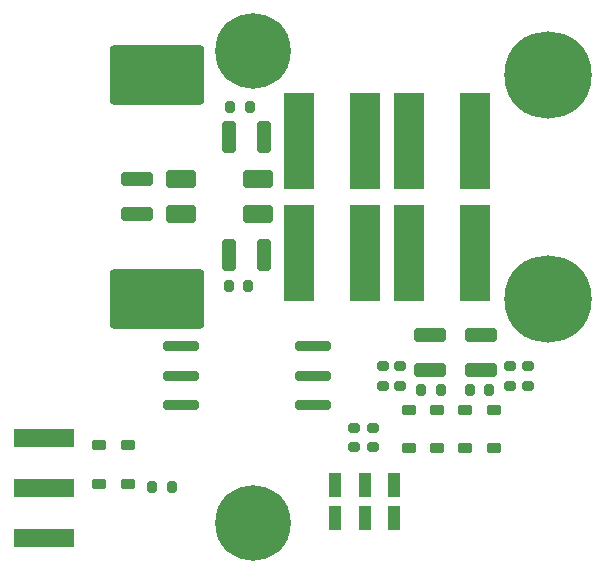
<source format=gbr>
%TF.GenerationSoftware,KiCad,Pcbnew,7.0.8-7.0.8~ubuntu22.04.1*%
%TF.CreationDate,2023-10-31T14:27:33+02:00*%
%TF.ProjectId,lisn,6c69736e-2e6b-4696-9361-645f70636258,rev?*%
%TF.SameCoordinates,PXa6e49c0PY6dac2c0*%
%TF.FileFunction,Soldermask,Top*%
%TF.FilePolarity,Negative*%
%FSLAX46Y46*%
G04 Gerber Fmt 4.6, Leading zero omitted, Abs format (unit mm)*
G04 Created by KiCad (PCBNEW 7.0.8-7.0.8~ubuntu22.04.1) date 2023-10-31 14:27:33*
%MOMM*%
%LPD*%
G01*
G04 APERTURE LIST*
G04 Aperture macros list*
%AMRoundRect*
0 Rectangle with rounded corners*
0 $1 Rounding radius*
0 $2 $3 $4 $5 $6 $7 $8 $9 X,Y pos of 4 corners*
0 Add a 4 corners polygon primitive as box body*
4,1,4,$2,$3,$4,$5,$6,$7,$8,$9,$2,$3,0*
0 Add four circle primitives for the rounded corners*
1,1,$1+$1,$2,$3*
1,1,$1+$1,$4,$5*
1,1,$1+$1,$6,$7*
1,1,$1+$1,$8,$9*
0 Add four rect primitives between the rounded corners*
20,1,$1+$1,$2,$3,$4,$5,0*
20,1,$1+$1,$4,$5,$6,$7,0*
20,1,$1+$1,$6,$7,$8,$9,0*
20,1,$1+$1,$8,$9,$2,$3,0*%
G04 Aperture macros list end*
%ADD10R,2.600000X8.200000*%
%ADD11RoundRect,0.200000X-1.300000X-0.200000X1.300000X-0.200000X1.300000X0.200000X-1.300000X0.200000X0*%
%ADD12RoundRect,0.200000X0.275000X-0.200000X0.275000X0.200000X-0.275000X0.200000X-0.275000X-0.200000X0*%
%ADD13RoundRect,0.200000X0.200000X0.275000X-0.200000X0.275000X-0.200000X-0.275000X0.200000X-0.275000X0*%
%ADD14C,7.400000*%
%ADD15RoundRect,0.250000X0.325000X1.100000X-0.325000X1.100000X-0.325000X-1.100000X0.325000X-1.100000X0*%
%ADD16RoundRect,0.250000X-1.000000X-0.500000X1.000000X-0.500000X1.000000X0.500000X-1.000000X0.500000X0*%
%ADD17RoundRect,0.250000X-1.100000X0.325000X-1.100000X-0.325000X1.100000X-0.325000X1.100000X0.325000X0*%
%ADD18RoundRect,0.250000X1.100000X-0.325000X1.100000X0.325000X-1.100000X0.325000X-1.100000X-0.325000X0*%
%ADD19RoundRect,0.225000X0.375000X-0.225000X0.375000X0.225000X-0.375000X0.225000X-0.375000X-0.225000X0*%
%ADD20RoundRect,0.225000X-0.375000X0.225000X-0.375000X-0.225000X0.375000X-0.225000X0.375000X0.225000X0*%
%ADD21R,1.000000X2.000000*%
%ADD22RoundRect,0.200000X-0.275000X0.200000X-0.275000X-0.200000X0.275000X-0.200000X0.275000X0.200000X0*%
%ADD23RoundRect,0.200000X-0.200000X-0.275000X0.200000X-0.275000X0.200000X0.275000X-0.200000X0.275000X0*%
%ADD24C,6.400000*%
%ADD25RoundRect,0.250000X-3.750000X-2.250000X3.750000X-2.250000X3.750000X2.250000X-3.750000X2.250000X0*%
%ADD26R,5.080000X1.500000*%
G04 APERTURE END LIST*
D10*
%TO.C,L2*%
X-25600000Y36900000D03*
X-20000000Y36900000D03*
%TD*%
D11*
%TO.C,T1*%
X-35600000Y19500000D03*
X-35600000Y14500000D03*
X-24400000Y14500000D03*
X-24400000Y17000000D03*
X-24400000Y19500000D03*
X-35600000Y17000000D03*
%TD*%
D12*
%TO.C,R5*%
X-20900000Y10975000D03*
X-20900000Y12625000D03*
%TD*%
D13*
%TO.C,R8*%
X-9475000Y15800000D03*
X-11125000Y15800000D03*
%TD*%
D14*
%TO.C,J6*%
X-4500000Y42500000D03*
%TD*%
D15*
%TO.C,C3*%
X-28525000Y27200000D03*
X-31475000Y27200000D03*
%TD*%
D16*
%TO.C,FL1*%
X-35550000Y33700000D03*
X-35550000Y30700000D03*
X-29050000Y30700000D03*
X-29050000Y33700000D03*
%TD*%
D17*
%TO.C,C5*%
X-10200000Y20475000D03*
X-10200000Y17525000D03*
%TD*%
D18*
%TO.C,C1*%
X-39300000Y30725000D03*
X-39300000Y33675000D03*
%TD*%
D10*
%TO.C,L3*%
X-16300000Y27400000D03*
X-10700000Y27400000D03*
%TD*%
D19*
%TO.C,D2*%
X-13900000Y10850000D03*
X-13900000Y14150000D03*
%TD*%
D20*
%TO.C,D5*%
X-40100000Y11150000D03*
X-40100000Y7850000D03*
%TD*%
D21*
%TO.C,SW1*%
X-17500000Y5000000D03*
X-20000000Y5000000D03*
X-22500000Y5000000D03*
X-17500000Y7800000D03*
X-20000000Y7800000D03*
X-22500000Y7800000D03*
%TD*%
D22*
%TO.C,R2*%
X-17000000Y17825000D03*
X-17000000Y16175000D03*
%TD*%
D23*
%TO.C,R9*%
X-15225000Y15800000D03*
X-13575000Y15800000D03*
%TD*%
D24*
%TO.C,J3*%
X-29500000Y44500000D03*
%TD*%
D13*
%TO.C,R10*%
X-29875000Y24600000D03*
X-31525000Y24600000D03*
%TD*%
D22*
%TO.C,R4*%
X-6200000Y17825000D03*
X-6200000Y16175000D03*
%TD*%
D10*
%TO.C,L1*%
X-25600000Y27400000D03*
X-20000000Y27400000D03*
%TD*%
D20*
%TO.C,D3*%
X-11500000Y14150000D03*
X-11500000Y10850000D03*
%TD*%
D25*
%TO.C,J1*%
X-37575000Y23500000D03*
%TD*%
D22*
%TO.C,R6*%
X-19300000Y12625000D03*
X-19300000Y10975000D03*
%TD*%
D15*
%TO.C,C2*%
X-28525000Y37200000D03*
X-31475000Y37200000D03*
%TD*%
D14*
%TO.C,J5*%
X-4500000Y23500000D03*
%TD*%
D10*
%TO.C,L4*%
X-16300000Y36900000D03*
X-10700000Y36900000D03*
%TD*%
D24*
%TO.C,J4*%
X-29500000Y4500000D03*
%TD*%
D19*
%TO.C,D4*%
X-9100000Y10850000D03*
X-9100000Y14150000D03*
%TD*%
D22*
%TO.C,R3*%
X-7700000Y17825000D03*
X-7700000Y16175000D03*
%TD*%
D26*
%TO.C,J7*%
X-47137500Y7500000D03*
X-47137500Y3250000D03*
X-47137500Y11750000D03*
%TD*%
D20*
%TO.C,D1*%
X-16300000Y14150000D03*
X-16300000Y10850000D03*
%TD*%
D25*
%TO.C,J2*%
X-37575000Y42500000D03*
%TD*%
D13*
%TO.C,R7*%
X-36375000Y7600000D03*
X-38025000Y7600000D03*
%TD*%
D19*
%TO.C,D6*%
X-42500000Y7850000D03*
X-42500000Y11150000D03*
%TD*%
D17*
%TO.C,C4*%
X-14500000Y20475000D03*
X-14500000Y17525000D03*
%TD*%
D13*
%TO.C,R11*%
X-29775000Y39800000D03*
X-31425000Y39800000D03*
%TD*%
D22*
%TO.C,R1*%
X-18500000Y17825000D03*
X-18500000Y16175000D03*
%TD*%
M02*

</source>
